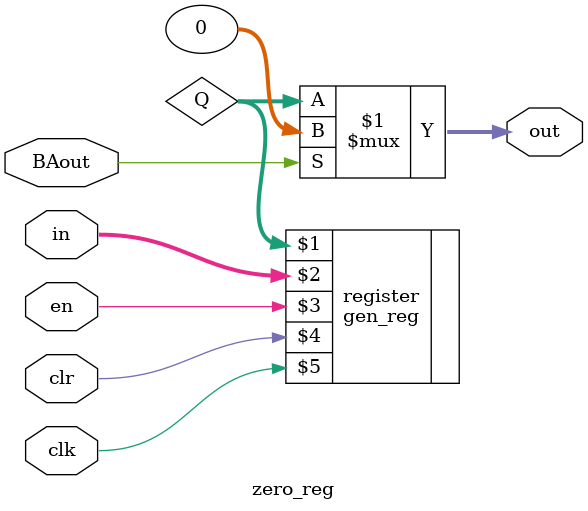
<source format=v>
module zero_reg(
	output [31:0] out,
	input [31:0] in,
	input en, BAout, clr, clk
	);

	wire [31:0] Q;
	gen_reg register(Q, in, en, clr, clk);
	assign out = BAout ? 0 : Q;
endmodule

</source>
